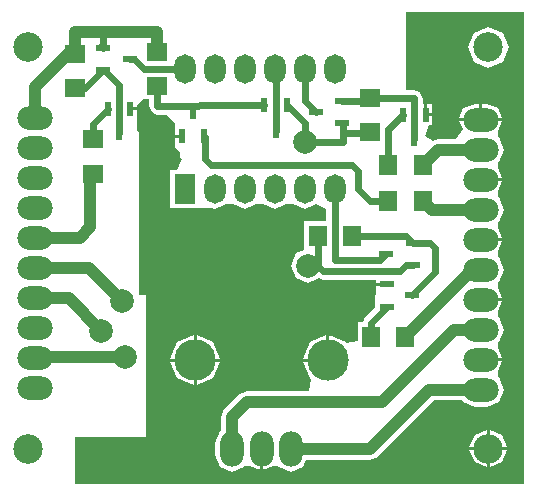
<source format=gtl>
%FSTAX23Y23*%
%MOIN*%
%SFA1B1*%

%IPPOS*%
%ADD10R,0.070866X0.059055*%
%ADD11R,0.045275X0.023622*%
%ADD12R,0.023622X0.051181*%
%ADD13R,0.023622X0.045275*%
%ADD14R,0.059055X0.070866*%
%ADD15R,0.051181X0.023622*%
%ADD16C,0.023622*%
%ADD17C,0.039370*%
%ADD18C,0.078740*%
%ADD19O,0.118110X0.078740*%
%ADD20O,0.078740X0.118110*%
%ADD21C,0.137795*%
%ADD22R,0.070866X0.098425*%
%ADD23O,0.070866X0.098425*%
%ADD24C,0.098425*%
%LNindicator-1*%
%LPD*%
G36*
X06102Y02417D02*
X06129D01*
X06149Y02409*
X0615Y02407*
X06151Y02407*
X06159Y02387*
Y0237*
X06164*
Y02334*
X06169*
Y02329*
X06191*
Y02299*
X0618*
X06168Y02261*
X06192Y02245*
X06211Y02253*
X0627*
X06292Y02286*
X06281Y02312*
X06423*
X06409Y02279*
Y02259*
X06412Y02258*
X06429Y02217*
X06412Y02176*
X06409Y02175*
Y02155*
X06423Y02122*
X06352*
Y02112*
X06423*
X06409Y02079*
Y02059*
X06412Y02058*
X06429Y02017*
X06412Y01976*
X06409Y01975*
Y01955*
X06423Y01922*
X06352*
Y01912*
X06423*
X06409Y01879*
Y01859*
X06412Y01858*
X06429Y01817*
X06412Y01776*
X06409Y01775*
Y01755*
X06423Y01722*
X06352*
Y01712*
X06423*
X06409Y01679*
Y01659*
X06412Y01658*
X06429Y01617*
X06412Y01576*
X06409Y01575*
Y01555*
X06423Y01522*
X06352*
Y01512*
X06423*
X06409Y01479*
Y01459*
X06412Y01458*
X06429Y01417*
X06412Y01376*
X06372Y01359*
X06332*
X06292Y01376*
X0629Y01381*
X06196*
X06009Y01194*
X05984Y01184*
X05771*
X05761Y0116*
X0572Y01143*
X05679Y0116*
X05678Y01163*
X05659*
X05627Y01149*
Y0122*
X05617*
Y01149*
X05584Y01163*
X05565*
X05564Y0116*
X05523Y01143*
X05482Y0116*
X05466Y012*
Y0124*
X05482Y0128*
X05487Y01282*
Y01326*
X05498Y01352*
X05549Y01403*
X05574Y01414*
X0578*
X05788Y01452*
X05782Y01455*
X05759Y0151*
X05842*
Y01515*
X05847*
Y01599*
X05902Y01576*
X05904Y01572*
X05942Y0158*
Y01643*
X0596*
X05962Y01649*
X05966Y01659*
X06001Y01694*
Y0172*
Y0172*
X06005Y01747*
Y01748*
Y01764*
X06041*
Y01774*
X06005*
Y01783*
X05826*
X05814Y01788*
X05777Y01773*
X05736Y0179*
X0572Y0183*
X05736Y01871*
X05765Y01883*
Y01978*
X05838*
Y0202*
X05803Y02035*
X05766Y02019*
X05728Y02035*
X05703*
X05666Y02019*
X05628Y02035*
X05603*
X05566Y02019*
X05528Y02035*
X05503*
X05466Y02019*
X05456Y02023*
X05415*
X05316*
Y02149*
X05341*
X05356Y02186*
X05349Y02192*
X0535Y02208*
X05334Y02226*
Y02256*
X05356*
Y02266*
X05334*
Y02297*
Y02306*
X05306Y02334*
X05275*
X05256Y02342*
X05247Y02362*
Y02385*
X05226*
X05206Y02366*
Y02359*
X05185*
Y02349*
X05206*
Y02318*
Y02284*
X05215Y02276*
Y01732*
X05236*
Y01496*
Y01259*
X05*
Y01102*
X06496*
Y02677*
X06102*
Y02417*
G37*
%LNindicator-2*%
%LPC*%
G36*
X06372Y01282D02*
Y01225D01*
X06315*
X06332Y01265*
X06372Y01282*
G37*
G36*
X05406Y0151D02*
X05484D01*
X05461Y01455*
X05406Y01432*
Y0151*
G37*
G36*
X05318D02*
X05396D01*
Y01432*
X05341Y01455*
X05318Y0151*
G37*
G36*
X06382Y01215D02*
X06439D01*
X06423Y01175*
X06382Y01158*
Y01215*
G37*
G36*
X06315D02*
X06372D01*
Y01158*
X06332Y01175*
X06315Y01215*
G37*
G36*
X06382Y01282D02*
X06423Y01265D01*
X06439Y01225*
X06382*
Y01282*
G37*
G36*
X06332Y0237D02*
X06347D01*
Y02322*
X06281*
X06294Y02355*
X06332Y0237*
G37*
G36*
X06174Y0237D02*
X06191D01*
Y02339*
X06174*
Y0237*
G37*
G36*
X06377Y02627D02*
X06426Y02607D01*
X06446Y02559*
X06426Y0251*
X06377Y0249*
X06329Y0251*
X06309Y02559*
X06329Y02607*
X06377Y02627*
G37*
G36*
X06357Y0237D02*
X06372D01*
X06409Y02355*
X06423Y02322*
X06357*
Y0237*
G37*
G36*
X05837Y01599D02*
Y0152D01*
X05759*
X05782Y01576*
X05837Y01599*
G37*
G36*
X05406D02*
X05461Y01576D01*
X05484Y0152*
X05406*
Y01599*
G37*
G36*
X05396D02*
Y0152D01*
X05318*
X05341Y01576*
X05396Y01599*
G37*
%LNindicator-3*%
%LPD*%
G54D10*
X05Y02537D03*
Y02423D03*
X05059Y02137D03*
Y02251D03*
X05275Y02543D03*
Y02428D03*
X05984Y02275D03*
Y02389D03*
G54D11*
X05093Y02482D03*
Y02557D03*
X05182Y02519D03*
X0589Y02379D03*
Y02305D03*
X05802Y02342D03*
X06126Y01907D03*
Y01832D03*
X06038Y0187D03*
G54D12*
X0511Y02354D03*
X05185D03*
X05147Y02271D03*
X05431Y02261D03*
X05356D03*
X05393Y02344D03*
X06094Y02334D03*
X06169D03*
X06131Y02251D03*
G54D13*
X05631Y02367D03*
X05706D03*
X05669Y02278D03*
G54D14*
X06159Y02047D03*
X06045D03*
X06159Y02165D03*
X06045D03*
X05809Y01929D03*
X05923D03*
X061Y01594D03*
X05986D03*
G54D15*
X06041Y01694D03*
Y01769D03*
X06124Y01732D03*
G54D16*
X06131Y02251D02*
Y02387D01*
X04868Y01722D02*
X04868Y01722D01*
X06094Y02334D02*
X06045Y02285D01*
Y02165D02*
Y02285D01*
X05411Y02362D02*
X05275D01*
X05866Y0185D02*
Y02086D01*
X06041Y01694D02*
X05986Y01639D01*
Y01594D02*
Y01639D01*
X06183Y01907D02*
X06126D01*
X062Y01889D02*
X06183Y01907D01*
X062Y01809D02*
Y01889D01*
Y01809D02*
X06124Y01732D01*
X06126Y01907D02*
X06105Y01929D01*
X05923*
X05826Y01811D02*
X05809Y01828D01*
X06082Y01811D02*
X05826D01*
X06104Y01832D02*
X06082Y01811D01*
X06126Y01832D02*
X06104D01*
X06018Y0185D02*
X05866D01*
X06038Y0187D02*
X06018Y0185D01*
X05433Y02259D02*
X05431Y02261D01*
X05433Y02185D02*
Y02259D01*
X05452Y02165D02*
X05433Y02185D01*
X05925Y02165D02*
X05452D01*
X05944Y02145D02*
X05925Y02165D01*
X05944Y02086D02*
Y02145D01*
X05984Y02047D02*
X05944Y02086D01*
X06045Y02047D02*
X05984D01*
X05416Y02367D02*
X05411Y02362D01*
X05275D02*
Y02428D01*
X05631Y02367D02*
X05416D01*
X05669Y02278D02*
Y02483D01*
X05019Y02557D02*
X05Y02537D01*
X05275Y02543D02*
X05261Y02557D01*
X05366Y02486D02*
X05365Y02486D01*
X05231*
X05197Y02519*
X05182*
X05866Y02042D02*
Y02086D01*
X05147Y02271D02*
Y02431D01*
X05096Y02482*
X05093*
X05034Y02423D02*
X05D01*
X05093Y02482D02*
X05034Y02423D01*
X05809Y01828D02*
Y01929D01*
X05766Y02378D02*
Y02486D01*
X05802Y02342D02*
X05766Y02378D01*
X05974Y02379D02*
X0589D01*
X05984Y02389D02*
X05974Y02379D01*
X06129Y02389D02*
X05984D01*
X05895Y023D02*
X0589Y02305D01*
X05895Y02273D02*
Y023D01*
X05982Y02273D02*
X05895D01*
X05984Y02275D02*
X05982Y02273D01*
X05895Y02244D02*
Y02273D01*
Y02244D02*
X05767D01*
Y02306*
X05706Y02367*
X04871Y01919D02*
X04868Y01922D01*
X0511Y02354D02*
X05059Y02303D01*
Y02251D02*
Y02303D01*
X05093Y02557D02*
X05088Y02562D01*
X05093Y02557D02*
Y02603D01*
X06352Y02317D02*
X06335Y02334D01*
G54D17*
X05051Y01958D02*
Y0213D01*
Y01958D02*
X05016Y01922D01*
X04868*
X0487Y01525D02*
X04868Y01522D01*
X05167Y01525D02*
X0487D01*
X0498Y01722D02*
X04868D01*
X05088Y01614D02*
X0498Y01722D01*
X05047Y01822D02*
X04868D01*
X05157Y01712D02*
X05047Y01822D01*
X05275Y02543D02*
Y02608D01*
X05Y02537D02*
Y02608D01*
Y02537D02*
X04978D01*
X04868Y02427*
Y02322D02*
Y02427D01*
X05275Y02608D02*
X05D01*
X05523Y0122D02*
Y01326D01*
X05574Y01377D02*
X05523Y01326D01*
X06023Y01377D02*
X05574D01*
X06262Y01617D02*
X06023Y01377D01*
X06352Y01617D02*
X06262D01*
X06352Y01417D02*
X06181D01*
X05984Y0122*
X0572*
X06352Y02217D02*
X06211D01*
X06159Y02165*
X06352Y02017D02*
X06189D01*
X06159Y02047*
X06323Y01817D02*
X061Y01594D01*
X06352Y01817D02*
X06323D01*
G54D18*
X05157Y01712D03*
X05167Y01525D03*
X05088Y01614D03*
X05767Y02244D03*
X05777Y0183D03*
G54D19*
X04868Y02322D03*
Y02222D03*
Y02122D03*
Y02022D03*
Y01922D03*
Y01822D03*
Y01722D03*
Y01622D03*
Y01522D03*
Y01422D03*
X06352Y01417D03*
Y01517D03*
Y01617D03*
Y01717D03*
Y01817D03*
Y01917D03*
Y02017D03*
Y02117D03*
Y02217D03*
Y02317D03*
G54D20*
X05523Y0122D03*
X05622D03*
X0572D03*
G54D21*
X05401Y01515D03*
X05842D03*
G54D22*
X05366Y02086D03*
G54D23*
X05466Y02086D03*
X05566D03*
X05666D03*
X05766D03*
X05866D03*
X05366Y02486D03*
X05466D03*
X05566D03*
X05666D03*
X05766D03*
X05866D03*
G54D24*
X04842Y0122D03*
Y02559D03*
X06377D03*
Y0122D03*
M02*
</source>
